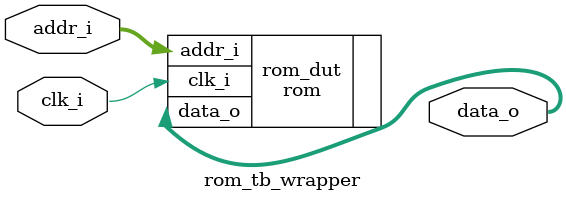
<source format=sv>
`timescale 1ns / 1ps

module rom_tb_wrapper #
(
  parameter unsigned DATA_WIDTH = 8,
  parameter unsigned ADDR_WIDTH = 8,
  parameter          INIT_FILE  = "rom_init.mem"
)
(
  input  logic                      clk_i,
  input  logic [ADDR_WIDTH - 1 : 0] addr_i,

  output logic [DATA_WIDTH - 1 : 0] data_o
);

  rom #
  (
    .DATA_WIDTH (DATA_WIDTH),
    .ADDR_WIDTH (ADDR_WIDTH ),
    .INIT_FILE  (INIT_FILE)
  )
  rom_dut (
    .clk_i  (clk_i ),
    .addr_i (addr_i),

    .data_o (data_o)
  );

  initial begin
    $dumpfile("dump.vcd");
    $dumpvars(1, rom_tb_wrapper);
  end

endmodule

</source>
